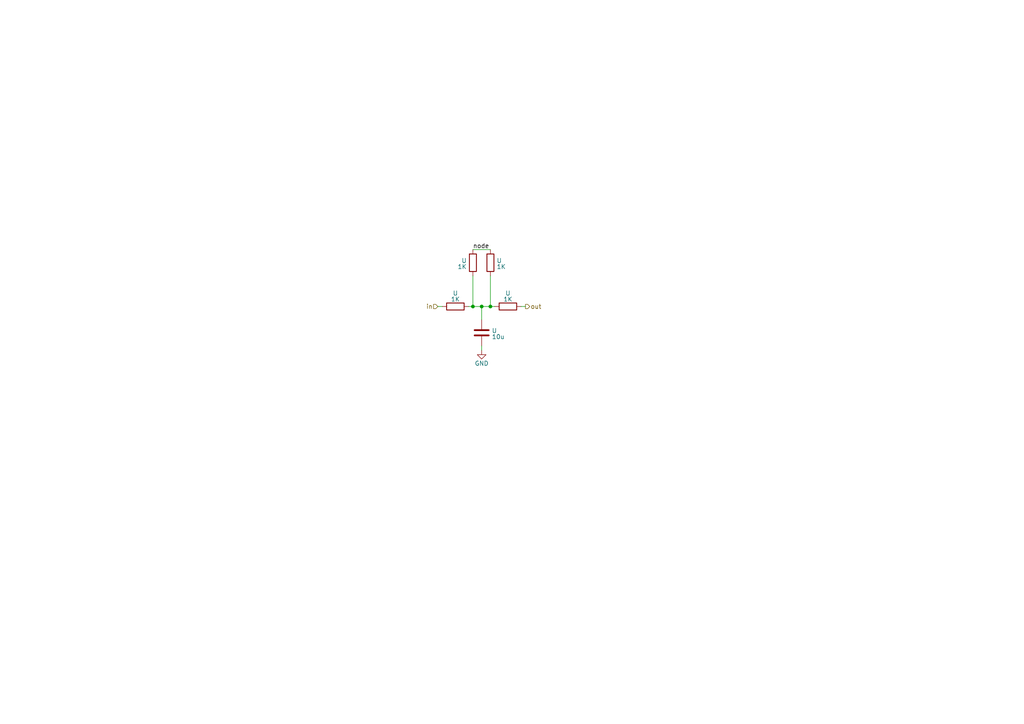
<source format=kicad_sch>
(kicad_sch (version 20230121) (generator eeschema)

  (uuid f2065221-90f2-4aff-998c-cf9fc3a93c83)

  (paper "A4")

  (lib_symbols
    (symbol "Device:C" (pin_numbers hide) (pin_names (offset 0.254)) (in_bom yes) (on_board yes)
      (property "Reference" "C" (at 0.635 2.54 0)
        (effects (font (size 1.27 1.27)) (justify left))
      )
      (property "Value" "C" (at 0.635 -2.54 0)
        (effects (font (size 1.27 1.27)) (justify left))
      )
      (property "Footprint" "" (at 0.9652 -3.81 0)
        (effects (font (size 1.27 1.27)) hide)
      )
      (property "Datasheet" "~" (at 0 0 0)
        (effects (font (size 1.27 1.27)) hide)
      )
      (property "ki_keywords" "cap capacitor" (at 0 0 0)
        (effects (font (size 1.27 1.27)) hide)
      )
      (property "ki_description" "Unpolarized capacitor" (at 0 0 0)
        (effects (font (size 1.27 1.27)) hide)
      )
      (property "ki_fp_filters" "C_*" (at 0 0 0)
        (effects (font (size 1.27 1.27)) hide)
      )
      (symbol "C_0_1"
        (polyline
          (pts
            (xy -2.032 -0.762)
            (xy 2.032 -0.762)
          )
          (stroke (width 0.508) (type default))
          (fill (type none))
        )
        (polyline
          (pts
            (xy -2.032 0.762)
            (xy 2.032 0.762)
          )
          (stroke (width 0.508) (type default))
          (fill (type none))
        )
      )
      (symbol "C_1_1"
        (pin passive line (at 0 3.81 270) (length 2.794)
          (name "~" (effects (font (size 1.27 1.27))))
          (number "1" (effects (font (size 1.27 1.27))))
        )
        (pin passive line (at 0 -3.81 90) (length 2.794)
          (name "~" (effects (font (size 1.27 1.27))))
          (number "2" (effects (font (size 1.27 1.27))))
        )
      )
    )
    (symbol "Device:R" (pin_numbers hide) (pin_names (offset 0)) (in_bom yes) (on_board yes)
      (property "Reference" "R" (at 2.032 0 90)
        (effects (font (size 1.27 1.27)))
      )
      (property "Value" "R" (at 0 0 90)
        (effects (font (size 1.27 1.27)))
      )
      (property "Footprint" "" (at -1.778 0 90)
        (effects (font (size 1.27 1.27)) hide)
      )
      (property "Datasheet" "~" (at 0 0 0)
        (effects (font (size 1.27 1.27)) hide)
      )
      (property "ki_keywords" "R res resistor" (at 0 0 0)
        (effects (font (size 1.27 1.27)) hide)
      )
      (property "ki_description" "Resistor" (at 0 0 0)
        (effects (font (size 1.27 1.27)) hide)
      )
      (property "ki_fp_filters" "R_*" (at 0 0 0)
        (effects (font (size 1.27 1.27)) hide)
      )
      (symbol "R_0_1"
        (rectangle (start -1.016 -2.54) (end 1.016 2.54)
          (stroke (width 0.254) (type default))
          (fill (type none))
        )
      )
      (symbol "R_1_1"
        (pin passive line (at 0 3.81 270) (length 1.27)
          (name "~" (effects (font (size 1.27 1.27))))
          (number "1" (effects (font (size 1.27 1.27))))
        )
        (pin passive line (at 0 -3.81 90) (length 1.27)
          (name "~" (effects (font (size 1.27 1.27))))
          (number "2" (effects (font (size 1.27 1.27))))
        )
      )
    )
    (symbol "power:GND" (power) (pin_names (offset 0)) (in_bom yes) (on_board yes)
      (property "Reference" "#PWR" (at 0 -6.35 0)
        (effects (font (size 1.27 1.27)) hide)
      )
      (property "Value" "GND" (at 0 -3.81 0)
        (effects (font (size 1.27 1.27)))
      )
      (property "Footprint" "" (at 0 0 0)
        (effects (font (size 1.27 1.27)) hide)
      )
      (property "Datasheet" "" (at 0 0 0)
        (effects (font (size 1.27 1.27)) hide)
      )
      (property "ki_keywords" "power-flag" (at 0 0 0)
        (effects (font (size 1.27 1.27)) hide)
      )
      (property "ki_description" "Power symbol creates a global label with name \"GND\" , ground" (at 0 0 0)
        (effects (font (size 1.27 1.27)) hide)
      )
      (symbol "GND_0_1"
        (polyline
          (pts
            (xy 0 0)
            (xy 0 -1.27)
            (xy 1.27 -1.27)
            (xy 0 -2.54)
            (xy -1.27 -1.27)
            (xy 0 -1.27)
          )
          (stroke (width 0) (type default))
          (fill (type none))
        )
      )
      (symbol "GND_1_1"
        (pin power_in line (at 0 0 270) (length 0) hide
          (name "GND" (effects (font (size 1.27 1.27))))
          (number "1" (effects (font (size 1.27 1.27))))
        )
      )
    )
  )

  (junction (at 142.24 88.9) (diameter 0) (color 0 0 0 0)
    (uuid 3cb24c87-c935-4956-8aa0-707ecfd3a89c)
  )
  (junction (at 139.7 88.9) (diameter 0) (color 0 0 0 0)
    (uuid 46566484-2920-4871-9665-d767c5446583)
  )
  (junction (at 137.16 88.9) (diameter 0) (color 0 0 0 0)
    (uuid fa296efa-13f9-4b9f-b894-3b166f3dd012)
  )

  (wire (pts (xy 151.13 88.9) (xy 152.4 88.9))
    (stroke (width 0) (type default))
    (uuid 072f62bf-3e46-4a4c-9885-0a6e6492b7cb)
  )
  (wire (pts (xy 142.24 80.01) (xy 142.24 88.9))
    (stroke (width 0) (type default))
    (uuid 0f658511-6571-42bf-8e41-69c7883267e7)
  )
  (wire (pts (xy 135.89 88.9) (xy 137.16 88.9))
    (stroke (width 0) (type default))
    (uuid 191121b0-64da-4bfb-a4da-fb8665051771)
  )
  (wire (pts (xy 139.7 101.6) (xy 139.7 100.33))
    (stroke (width 0) (type default))
    (uuid 1b79f233-3409-49b0-a91f-e40dcc11aa34)
  )
  (wire (pts (xy 127 88.9) (xy 128.27 88.9))
    (stroke (width 0) (type default))
    (uuid 20a7f6e0-14da-480a-a407-87642edb9ade)
  )
  (wire (pts (xy 137.16 72.39) (xy 142.24 72.39))
    (stroke (width 0) (type default))
    (uuid 545d10b0-5410-4f8c-9ae5-476808e26b06)
  )
  (wire (pts (xy 143.51 88.9) (xy 142.24 88.9))
    (stroke (width 0) (type default))
    (uuid afbc96bd-b9d5-4d21-b161-0158aac095ec)
  )
  (wire (pts (xy 139.7 92.71) (xy 139.7 88.9))
    (stroke (width 0) (type default))
    (uuid b2141be9-52f5-4516-8aec-30e41ee13da2)
  )
  (wire (pts (xy 142.24 88.9) (xy 139.7 88.9))
    (stroke (width 0) (type default))
    (uuid b46eab36-3a50-455b-b747-8fc0f2c95abf)
  )
  (wire (pts (xy 137.16 80.01) (xy 137.16 88.9))
    (stroke (width 0) (type default))
    (uuid d37994e8-9087-47cb-8217-2c087c1503c1)
  )
  (wire (pts (xy 137.16 88.9) (xy 139.7 88.9))
    (stroke (width 0) (type default))
    (uuid d90012df-0bc0-4efd-8a9e-a4a6843385c3)
  )

  (label "node" (at 137.16 72.39 0) (fields_autoplaced)
    (effects (font (size 1.27 1.27)) (justify left bottom))
    (uuid 9eddc447-fa03-49b2-8363-0a5da65b95a9)
  )

  (hierarchical_label "in" (shape input) (at 127 88.9 180) (fields_autoplaced)
    (effects (font (size 1.27 1.27)) (justify right))
    (uuid 362ea2f2-5c76-4db2-97cf-9eecbbe856cc)
  )
  (hierarchical_label "out" (shape output) (at 152.4 88.9 0) (fields_autoplaced)
    (effects (font (size 1.27 1.27)) (justify left))
    (uuid e4307d52-2849-4894-abac-eb5475d29be7)
  )

  (symbol (lib_id "Device:R") (at 132.08 88.9 90) (unit 1)
    (in_bom yes) (on_board yes) (dnp no) (fields_autoplaced)
    (uuid 0e9b8a33-b22b-4894-9c31-cec06b0a7ccc)
    (property "Reference" "R5" (at 132.08 85.0519 90)
      (effects (font (size 1.27 1.27)))
    )
    (property "Value" "1K" (at 132.08 86.8141 90)
      (effects (font (size 1.27 1.27)))
    )
    (property "Footprint" "" (at 132.08 90.678 90)
      (effects (font (size 1.27 1.27)) hide)
    )
    (property "Datasheet" "~" (at 132.08 88.9 0)
      (effects (font (size 1.27 1.27)) hide)
    )
    (pin "1" (uuid 72351396-b503-436c-a320-e9868d8bc9fd))
    (pin "2" (uuid 0c0a6414-6c9e-4d55-9a54-d3ffcadfe152))
    (instances
      (project "subsheets"
        (path "/e63e39d7-6ac0-4ffd-8aa3-1841a4541b55/cd8140cb-ee2c-44d2-bab6-19a75f861228"
          (reference "R5") (unit 1)
        )
      )
      (project "subsheet2"
        (path "/f2065221-90f2-4aff-998c-cf9fc3a93c83"
          (reference "U") (unit 1)
        )
      )
    )
  )

  (symbol (lib_id "Device:R") (at 142.24 76.2 180) (unit 1)
    (in_bom yes) (on_board yes) (dnp no) (fields_autoplaced)
    (uuid 6fedafba-1972-49b1-a9d7-83403df1287b)
    (property "Reference" "R9" (at 144.018 75.6055 0)
      (effects (font (size 1.27 1.27)) (justify right))
    )
    (property "Value" "1K" (at 144.018 77.3677 0)
      (effects (font (size 1.27 1.27)) (justify right))
    )
    (property "Footprint" "" (at 144.018 76.2 90)
      (effects (font (size 1.27 1.27)) hide)
    )
    (property "Datasheet" "~" (at 142.24 76.2 0)
      (effects (font (size 1.27 1.27)) hide)
    )
    (pin "1" (uuid 9a8b00a8-a444-4e51-82b2-0bc03c37b1ce))
    (pin "2" (uuid 3b2cb572-034f-4a10-a075-1b4595ee2c0c))
    (instances
      (project "subsheets"
        (path "/e63e39d7-6ac0-4ffd-8aa3-1841a4541b55/cd8140cb-ee2c-44d2-bab6-19a75f861228"
          (reference "R9") (unit 1)
        )
      )
      (project "subsheet2"
        (path "/f2065221-90f2-4aff-998c-cf9fc3a93c83"
          (reference "U") (unit 1)
        )
      )
    )
  )

  (symbol (lib_id "power:GND") (at 139.7 101.6 0) (unit 1)
    (in_bom yes) (on_board yes) (dnp no) (fields_autoplaced)
    (uuid 989c9cd3-d36f-4c4d-a44f-190db318b78d)
    (property "Reference" "#PWR06" (at 139.7 107.95 0)
      (effects (font (size 1.27 1.27)) hide)
    )
    (property "Value" "GND" (at 139.7 105.41 0)
      (effects (font (size 1.27 1.27)))
    )
    (property "Footprint" "" (at 139.7 101.6 0)
      (effects (font (size 1.27 1.27)) hide)
    )
    (property "Datasheet" "" (at 139.7 101.6 0)
      (effects (font (size 1.27 1.27)) hide)
    )
    (pin "1" (uuid ef736f6d-93ef-4ee4-b173-f131480ca5cc))
    (instances
      (project "subsheets"
        (path "/e63e39d7-6ac0-4ffd-8aa3-1841a4541b55/cd8140cb-ee2c-44d2-bab6-19a75f861228"
          (reference "#PWR06") (unit 1)
        )
      )
      (project "subsheet2"
        (path "/f2065221-90f2-4aff-998c-cf9fc3a93c83"
          (reference "U") (unit 1)
        )
      )
    )
  )

  (symbol (lib_id "Device:C") (at 139.7 96.52 0) (unit 1)
    (in_bom yes) (on_board yes) (dnp no) (fields_autoplaced)
    (uuid 99f26952-de1a-45f8-9ec5-0ba7ae52acd9)
    (property "Reference" "C3" (at 142.621 95.9255 0)
      (effects (font (size 1.27 1.27)) (justify left))
    )
    (property "Value" "10u" (at 142.621 97.6877 0)
      (effects (font (size 1.27 1.27)) (justify left))
    )
    (property "Footprint" "" (at 140.6652 100.33 0)
      (effects (font (size 1.27 1.27)) hide)
    )
    (property "Datasheet" "~" (at 139.7 96.52 0)
      (effects (font (size 1.27 1.27)) hide)
    )
    (pin "1" (uuid 57882de9-ec52-4b4d-8586-7a7064554383))
    (pin "2" (uuid 7910f151-7ab1-4e2b-ba24-fb6ad5025e3f))
    (instances
      (project "subsheets"
        (path "/e63e39d7-6ac0-4ffd-8aa3-1841a4541b55/cd8140cb-ee2c-44d2-bab6-19a75f861228"
          (reference "C3") (unit 1)
        )
      )
      (project "subsheet2"
        (path "/f2065221-90f2-4aff-998c-cf9fc3a93c83"
          (reference "U") (unit 1)
        )
      )
    )
  )

  (symbol (lib_id "Device:R") (at 137.16 76.2 180) (unit 1)
    (in_bom yes) (on_board yes) (dnp no) (fields_autoplaced)
    (uuid 9bcf2f5a-dcdd-4cb9-9016-05080097ffef)
    (property "Reference" "R8" (at 135.3821 75.6055 0)
      (effects (font (size 1.27 1.27)) (justify left))
    )
    (property "Value" "1K" (at 135.3821 77.3677 0)
      (effects (font (size 1.27 1.27)) (justify left))
    )
    (property "Footprint" "" (at 138.938 76.2 90)
      (effects (font (size 1.27 1.27)) hide)
    )
    (property "Datasheet" "~" (at 137.16 76.2 0)
      (effects (font (size 1.27 1.27)) hide)
    )
    (pin "1" (uuid 075a33e9-28d6-416f-946c-7d0db63b563d))
    (pin "2" (uuid 3d1c775d-ed73-4c85-8a9b-21201101af2e))
    (instances
      (project "subsheets"
        (path "/e63e39d7-6ac0-4ffd-8aa3-1841a4541b55/cd8140cb-ee2c-44d2-bab6-19a75f861228"
          (reference "R8") (unit 1)
        )
      )
      (project "subsheet2"
        (path "/f2065221-90f2-4aff-998c-cf9fc3a93c83"
          (reference "U") (unit 1)
        )
      )
    )
  )

  (symbol (lib_id "Device:R") (at 147.32 88.9 90) (unit 1)
    (in_bom yes) (on_board yes) (dnp no) (fields_autoplaced)
    (uuid e2d27696-5902-41ea-9f49-b0769304f2f5)
    (property "Reference" "R7" (at 147.32 85.0519 90)
      (effects (font (size 1.27 1.27)))
    )
    (property "Value" "1K" (at 147.32 86.8141 90)
      (effects (font (size 1.27 1.27)))
    )
    (property "Footprint" "" (at 147.32 90.678 90)
      (effects (font (size 1.27 1.27)) hide)
    )
    (property "Datasheet" "~" (at 147.32 88.9 0)
      (effects (font (size 1.27 1.27)) hide)
    )
    (pin "1" (uuid b5fd3c5a-d55e-4aa7-b45d-8e5dbf52ef0c))
    (pin "2" (uuid d8eeced4-4d82-496c-8ece-ecdb660f3dad))
    (instances
      (project "subsheets"
        (path "/e63e39d7-6ac0-4ffd-8aa3-1841a4541b55/cd8140cb-ee2c-44d2-bab6-19a75f861228"
          (reference "R7") (unit 1)
        )
      )
      (project "subsheet2"
        (path "/f2065221-90f2-4aff-998c-cf9fc3a93c83"
          (reference "U") (unit 1)
        )
      )
    )
  )

  (sheet_instances
    (path "/" (page "1"))
  )
)

</source>
